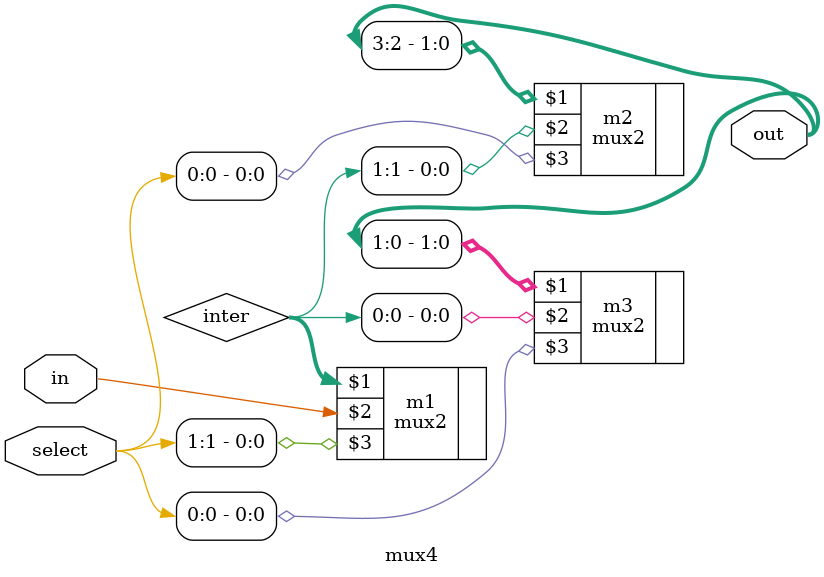
<source format=v>
module mux4(out, in, select);
	output[3:0] out;
	input[1:0] select;
	input in;
	
	wire[1:0] inter;
	
	// Layer0
	mux2 m1(inter, in, select[1]);
	
	// Layer1
	mux2 m2(out[3:2], inter[1], select[0]);
	mux2 m3(out[1:0], inter[0], select[0]);
endmodule
</source>
